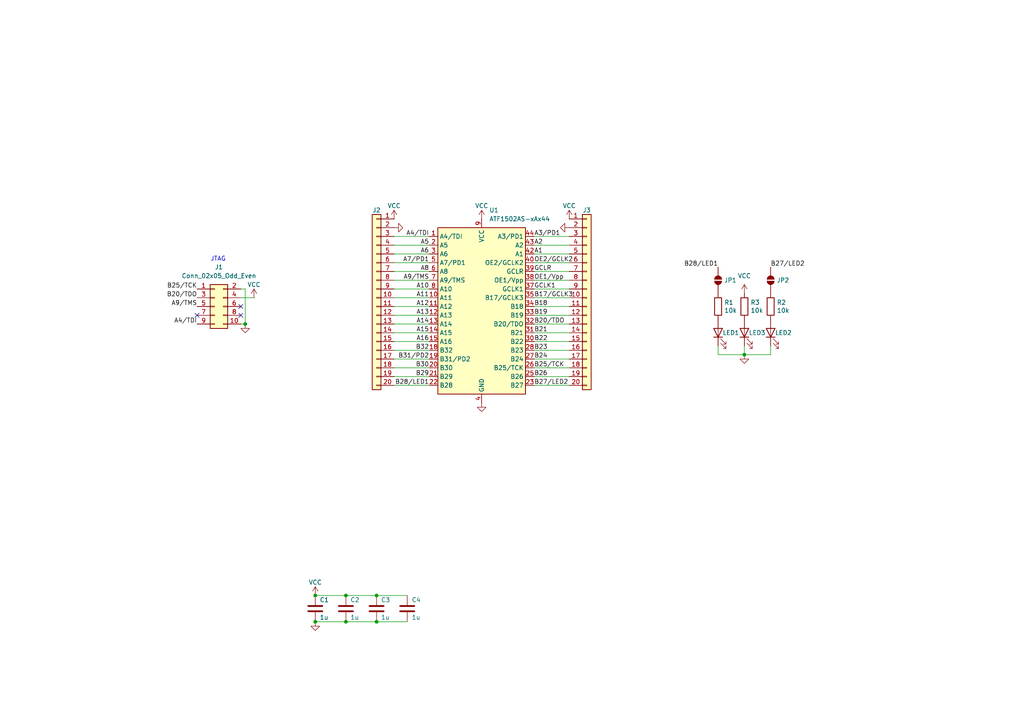
<source format=kicad_sch>
(kicad_sch (version 20231120) (generator "eeschema") (generator_version "8.0")
  (paper "A4")
  (title_block (title "ATF1502AS_uDEV") (date "2024-06-01") (rev "001") (company "Brian K. White") (comment 1 "CC-BY-SA") (comment 2 "github.com/bkw777/ATF150x_uDEV"))
  (lib_symbols
    (symbol "000_LOCAL:ATF1502AS-xAx44"
      (property "Reference" "U" (at -12.7 24.13 0))
      (property "Value" "ATF1502AS-xAx44" (at 1.524 24.892 0))
      (symbol "ATF1502AS-xAx44_0_1"
        (rectangle (start -12.7 22.86) (end 12.7 -25.4) (stroke (width 0.254)) (fill (type background)))
      )
      (symbol "ATF1502AS-xAx44_1_1"
        (pin bidirectional line (at -15.24 20.32 0) (length 2.54) (name "A4/TDI") (number "1"))
        (pin bidirectional line (at -15.24 2.54 0) (length 2.54) (name "A11") (number "10"))
        (pin bidirectional line (at -15.24 0 0) (length 2.54) (name "A12") (number "11"))
        (pin bidirectional line (at -15.24 -2.54 0) (length 2.54) (name "A13") (number "12"))
        (pin bidirectional line (at -15.24 -5.08 0) (length 2.54) (name "A14") (number "13"))
        (pin bidirectional line (at -15.24 -7.62 0) (length 2.54) (name "A15") (number "14"))
        (pin bidirectional line (at -15.24 -10.16 0) (length 2.54) (name "A16") (number "15"))
        (pin passive line (at 0 -27.94 90) (length 2.54) hide (name "GND") (number "16"))
        (pin passive line (at 0 25.4 270) (length 2.54) hide (name "VCC") (number "17"))
        (pin bidirectional line (at -15.24 -12.7 0) (length 2.54) (name "B32") (number "18"))
        (pin bidirectional line (at -15.24 -15.24 0) (length 2.54) (name "B31/PD2") (number "19"))
        (pin bidirectional line (at -15.24 17.78 0) (length 2.54) (name "A5") (number "2"))
        (pin bidirectional line (at -15.24 -17.78 0) (length 2.54) (name "B30") (number "20"))
        (pin bidirectional line (at -15.24 -20.32 0) (length 2.54) (name "B29") (number "21"))
        (pin bidirectional line (at -15.24 -22.86 0) (length 2.54) (name "B28") (number "22"))
        (pin bidirectional line (at 15.24 -22.86 180) (length 2.54) (name "B27") (number "23"))
        (pin passive line (at 0 -27.94 90) (length 2.54) hide (name "GND") (number "24"))
        (pin bidirectional line (at 15.24 -20.32 180) (length 2.54) (name "B26") (number "25"))
        (pin bidirectional line (at 15.24 -17.78 180) (length 2.54) (name "B25/TCK") (number "26"))
        (pin bidirectional line (at 15.24 -15.24 180) (length 2.54) (name "B24") (number "27"))
        (pin bidirectional line (at 15.24 -12.7 180) (length 2.54) (name "B23") (number "28"))
        (pin passive line (at 0 25.4 270) (length 2.54) hide (name "VCC") (number "29"))
        (pin bidirectional line (at -15.24 15.24 0) (length 2.54) (name "A6") (number "3"))
        (pin bidirectional line (at 15.24 -10.16 180) (length 2.54) (name "B22") (number "30"))
        (pin bidirectional line (at 15.24 -7.62 180) (length 2.54) (name "B21") (number "31"))
        (pin bidirectional line (at 15.24 -5.08 180) (length 2.54) (name "B20/TDO") (number "32"))
        (pin bidirectional line (at 15.24 -2.54 180) (length 2.54) (name "B19") (number "33"))
        (pin bidirectional line (at 15.24 0 180) (length 2.54) (name "B18") (number "34"))
        (pin bidirectional line (at 15.24 2.54 180) (length 2.54) (name "B17/GCLK3") (number "35"))
        (pin passive line (at 0 -27.94 90) (length 2.54) hide (name "GND") (number "36"))
        (pin input line (at 15.24 5.08 180) (length 2.54) (name "GCLK1") (number "37"))
        (pin input line (at 15.24 7.62 180) (length 2.54) (name "OE1/Vpp") (number "38"))
        (pin input line (at 15.24 10.16 180) (length 2.54) (name "GCLR") (number "39"))
        (pin power_in line (at 0 -27.94 90) (length 2.54) (name "GND") (number "4"))
        (pin input line (at 15.24 12.7 180) (length 2.54) (name "OE2/GCLK2") (number "40"))
        (pin passive line (at 0 25.4 270) (length 2.54) hide (name "VCC") (number "41"))
        (pin bidirectional line (at 15.24 15.24 180) (length 2.54) (name "A1") (number "42"))
        (pin bidirectional line (at 15.24 17.78 180) (length 2.54) (name "A2") (number "43"))
        (pin bidirectional line (at 15.24 20.32 180) (length 2.54) (name "A3/PD1") (number "44"))
        (pin bidirectional line (at -15.24 12.7 0) (length 2.54) (name "A7/PD1") (number "5"))
        (pin bidirectional line (at -15.24 10.16 0) (length 2.54) (name "A8") (number "6"))
        (pin bidirectional line (at -15.24 7.62 0) (length 2.54) (name "A9/TMS") (number "7"))
        (pin bidirectional line (at -15.24 5.08 0) (length 2.54) (name "A10") (number "8"))
        (pin power_in line (at 0 25.4 270) (length 2.54) (name "VCC") (number "9"))
      )
    )
    (symbol "000_LOCAL:Conn_02x05_Odd_Even" (pin_names (offset 1.016) hide)
      (property "Reference" "J" (at 1.27 7.62 0))
      (property "Value" "Conn_02x05_Odd_Even" (at 1.27 -7.62 0))
      (symbol "Conn_02x05_Odd_Even_1_1"
        (rectangle (start -1.27 -4.953) (end 0 -5.207) (stroke (width 0.1524)))
        (rectangle (start -1.27 -2.413) (end 0 -2.667) (stroke (width 0.1524)))
        (rectangle (start -1.27 0.127) (end 0 -0.127) (stroke (width 0.1524)))
        (rectangle (start -1.27 2.667) (end 0 2.413) (stroke (width 0.1524)))
        (rectangle (start -1.27 5.207) (end 0 4.953) (stroke (width 0.1524)))
        (rectangle (start -1.27 6.35) (end 3.81 -6.35) (stroke (width 0.254)) (fill (type background)))
        (rectangle (start 3.81 -4.953) (end 2.54 -5.207) (stroke (width 0.1524)))
        (rectangle (start 3.81 -2.413) (end 2.54 -2.667) (stroke (width 0.1524)))
        (rectangle (start 3.81 0.127) (end 2.54 -0.127) (stroke (width 0.1524)))
        (rectangle (start 3.81 2.667) (end 2.54 2.413) (stroke (width 0.1524)))
        (rectangle (start 3.81 5.207) (end 2.54 4.953) (stroke (width 0.1524)))
        (pin passive line (at -5.08 5.08 0) (length 3.81) (name "Pin_1") (number "1"))
        (pin passive line (at 7.62 -5.08 180) (length 3.81) (name "Pin_10") (number "10"))
        (pin passive line (at 7.62 5.08 180) (length 3.81) (name "Pin_2") (number "2"))
        (pin passive line (at -5.08 2.54 0) (length 3.81) (name "Pin_3") (number "3"))
        (pin passive line (at 7.62 2.54 180) (length 3.81) (name "Pin_4") (number "4"))
        (pin passive line (at -5.08 0 0) (length 3.81) (name "Pin_5") (number "5"))
        (pin passive line (at 7.62 0 180) (length 3.81) (name "Pin_6") (number "6"))
        (pin passive line (at -5.08 -2.54 0) (length 3.81) (name "Pin_7") (number "7"))
        (pin passive line (at 7.62 -2.54 180) (length 3.81) (name "Pin_8") (number "8"))
        (pin passive line (at -5.08 -5.08 0) (length 3.81) (name "Pin_9") (number "9"))
      )
    )
    (symbol "Connector_Generic:Conn_01x20" (pin_names (offset 1.016) hide)
      (property "Reference" "J" (at 0 25.4 0))
      (property "Value" "Conn_01x20" (at 0 -27.94 0))
      (symbol "Conn_01x20_1_1"
        (rectangle (start -1.27 -25.273) (end 0 -25.527) (stroke (width 0.1524)))
        (rectangle (start -1.27 -22.733) (end 0 -22.987) (stroke (width 0.1524)))
        (rectangle (start -1.27 -20.193) (end 0 -20.447) (stroke (width 0.1524)))
        (rectangle (start -1.27 -17.653) (end 0 -17.907) (stroke (width 0.1524)))
        (rectangle (start -1.27 -15.113) (end 0 -15.367) (stroke (width 0.1524)))
        (rectangle (start -1.27 -12.573) (end 0 -12.827) (stroke (width 0.1524)))
        (rectangle (start -1.27 -10.033) (end 0 -10.287) (stroke (width 0.1524)))
        (rectangle (start -1.27 -7.493) (end 0 -7.747) (stroke (width 0.1524)))
        (rectangle (start -1.27 -4.953) (end 0 -5.207) (stroke (width 0.1524)))
        (rectangle (start -1.27 -2.413) (end 0 -2.667) (stroke (width 0.1524)))
        (rectangle (start -1.27 0.127) (end 0 -0.127) (stroke (width 0.1524)))
        (rectangle (start -1.27 2.667) (end 0 2.413) (stroke (width 0.1524)))
        (rectangle (start -1.27 5.207) (end 0 4.953) (stroke (width 0.1524)))
        (rectangle (start -1.27 7.747) (end 0 7.493) (stroke (width 0.1524)))
        (rectangle (start -1.27 10.287) (end 0 10.033) (stroke (width 0.1524)))
        (rectangle (start -1.27 12.827) (end 0 12.573) (stroke (width 0.1524)))
        (rectangle (start -1.27 15.367) (end 0 15.113) (stroke (width 0.1524)))
        (rectangle (start -1.27 17.907) (end 0 17.653) (stroke (width 0.1524)))
        (rectangle (start -1.27 20.447) (end 0 20.193) (stroke (width 0.1524)))
        (rectangle (start -1.27 22.987) (end 0 22.733) (stroke (width 0.1524)))
        (rectangle (start -1.27 24.13) (end 1.27 -26.67) (stroke (width 0.254)) (fill (type background)))
        (pin passive line (at -5.08 22.86 0) (length 3.81) (name "Pin_1") (number "1"))
        (pin passive line (at -5.08 0 0) (length 3.81) (name "Pin_10") (number "10"))
        (pin passive line (at -5.08 -2.54 0) (length 3.81) (name "Pin_11") (number "11"))
        (pin passive line (at -5.08 -5.08 0) (length 3.81) (name "Pin_12") (number "12"))
        (pin passive line (at -5.08 -7.62 0) (length 3.81) (name "Pin_13") (number "13"))
        (pin passive line (at -5.08 -10.16 0) (length 3.81) (name "Pin_14") (number "14"))
        (pin passive line (at -5.08 -12.7 0) (length 3.81) (name "Pin_15") (number "15"))
        (pin passive line (at -5.08 -15.24 0) (length 3.81) (name "Pin_16") (number "16"))
        (pin passive line (at -5.08 -17.78 0) (length 3.81) (name "Pin_17") (number "17"))
        (pin passive line (at -5.08 -20.32 0) (length 3.81) (name "Pin_18") (number "18"))
        (pin passive line (at -5.08 -22.86 0) (length 3.81) (name "Pin_19") (number "19"))
        (pin passive line (at -5.08 20.32 0) (length 3.81) (name "Pin_2") (number "2"))
        (pin passive line (at -5.08 -25.4 0) (length 3.81) (name "Pin_20") (number "20"))
        (pin passive line (at -5.08 17.78 0) (length 3.81) (name "Pin_3") (number "3"))
        (pin passive line (at -5.08 15.24 0) (length 3.81) (name "Pin_4") (number "4"))
        (pin passive line (at -5.08 12.7 0) (length 3.81) (name "Pin_5") (number "5"))
        (pin passive line (at -5.08 10.16 0) (length 3.81) (name "Pin_6") (number "6"))
        (pin passive line (at -5.08 7.62 0) (length 3.81) (name "Pin_7") (number "7"))
        (pin passive line (at -5.08 5.08 0) (length 3.81) (name "Pin_8") (number "8"))
        (pin passive line (at -5.08 2.54 0) (length 3.81) (name "Pin_9") (number "9"))
      )
    )
    (symbol "Device:C" (pin_numbers hide) (pin_names (offset 0.254))
      (property "Reference" "C" (at 0.635 2.54 0))
      (property "Value" "C" (at 0.635 -2.54 0))
      (symbol "C_0_1"
        (polyline (pts (xy -2.032 -0.762) (xy 2.032 -0.762)) (stroke (width 0.508)))
        (polyline (pts (xy -2.032 0.762) (xy 2.032 0.762)) (stroke (width 0.508)))
      )
      (symbol "C_1_1"
        (pin passive line (at 0 3.81 270) (length 2.794) (name "~") (number "1"))
        (pin passive line (at 0 -3.81 90) (length 2.794) (name "~") (number "2"))
      )
    )
    (symbol "Device:LED" (pin_numbers hide) (pin_names (offset 1.016) hide)
      (property "Reference" "D" (at 0 2.54 0))
      (property "Value" "LED" (at 0 -2.54 0))
      (symbol "LED_0_1"
        (polyline (pts (xy -1.27 -1.27) (xy -1.27 1.27)) (stroke (width 0.254)))
        (polyline (pts (xy -1.27 0) (xy 1.27 0)))
        (polyline (pts (xy 1.27 -1.27) (xy 1.27 1.27) (xy -1.27 0) (xy 1.27 -1.27)) (stroke (width 0.254)))
        (polyline (pts (xy -3.048 -0.762) (xy -4.572 -2.286) (xy -3.81 -2.286) (xy -4.572 -2.286) (xy -4.572 -1.524)))
        (polyline (pts (xy -1.778 -0.762) (xy -3.302 -2.286) (xy -2.54 -2.286) (xy -3.302 -2.286) (xy -3.302 -1.524)))
      )
      (symbol "LED_1_1"
        (pin passive line (at -3.81 0 0) (length 2.54) (name "K") (number "1"))
        (pin passive line (at 3.81 0 180) (length 2.54) (name "A") (number "2"))
      )
    )
    (symbol "Device:R" (pin_numbers hide) (pin_names (offset 0))
      (property "Reference" "R" (at 2.032 0 90))
      (property "Value" "R" (at 0 0 90))
      (symbol "R_0_1"
        (rectangle (start -1.016 -2.54) (end 1.016 2.54) (stroke (width 0.254)))
      )
      (symbol "R_1_1"
        (pin passive line (at 0 3.81 270) (length 1.27) (name "~") (number "1"))
        (pin passive line (at 0 -3.81 90) (length 1.27) (name "~") (number "2"))
      )
    )
    (symbol "Jumper:SolderJumper_2_Open" (pin_numbers hide) (pin_names (offset 0) hide) (exclude_from_sim yes) (in_bom no)
      (property "Reference" "JP" (at 0 2.032 0))
      (property "Value" "SolderJumper_2_Open" (at 0 -2.54 0))
      (symbol "SolderJumper_2_Open_0_1"
        (arc (start -0.254 1.016) (mid -1.2656 0) (end -0.254 -1.016))
        (arc (start -0.254 1.016) (mid -1.2656 0) (end -0.254 -1.016) (fill (type outline)))
        (polyline (pts (xy -0.254 1.016) (xy -0.254 -1.016)))
        (polyline (pts (xy 0.254 1.016) (xy 0.254 -1.016)))
        (arc (start 0.254 -1.016) (mid 1.2656 0) (end 0.254 1.016))
        (arc (start 0.254 -1.016) (mid 1.2656 0) (end 0.254 1.016) (fill (type outline)))
      )
      (symbol "SolderJumper_2_Open_1_1"
        (pin passive line (at -3.81 0 0) (length 2.54) (name "A") (number "1"))
        (pin passive line (at 3.81 0 180) (length 2.54) (name "B") (number "2"))
      )
    )
    (symbol "power:GND" (power) (pin_numbers hide) (pin_names (offset 0) hide)
      (property "Value" "GND" (at 0 -3.81 0))
      (symbol "GND_0_1"
        (polyline (pts (xy 0 0) (xy 0 -1.27) (xy 1.27 -1.27) (xy 0 -2.54) (xy -1.27 -1.27) (xy 0 -1.27)))
      )
      (symbol "GND_1_1"
        (pin power_in line (at 0 0 270) (length 0) (name "~") (number "1"))
      )
    )
    (symbol "power:VCC" (power) (pin_numbers hide) (pin_names (offset 0) hide)
      (property "Value" "VCC" (at 0 3.556 0))
      (symbol "VCC_0_1"
        (polyline (pts (xy -0.762 1.27) (xy 0 2.54)))
        (polyline (pts (xy 0 0) (xy 0 2.54)))
        (polyline (pts (xy 0 2.54) (xy 0.762 1.27)))
      )
      (symbol "VCC_1_1"
        (pin power_in line (at 0 0 90) (length 0) (name "~") (number "1"))
      )
    )
  )
  (junction (at 91.44 180.34))
  (junction (at 109.22 172.72))
  (junction (at 91.44 172.72))
  (junction (at 100.33 180.34))
  (junction (at 100.33 172.72))
  (junction (at 109.22 180.34))
  (junction (at 215.9 102.87))
  (junction (at 71.12 93.98))
  (no_connect (at 69.85 91.44))
  (no_connect (at 57.15 91.44))
  (no_connect (at 69.85 88.9))
  (wire (pts (xy 124.46 88.9) (xy 114.3 88.9)))
  (wire (pts (xy 124.46 83.82) (xy 114.3 83.82)))
  (wire (pts (xy 114.3 68.58) (xy 124.46 68.58)))
  (wire (pts (xy 91.44 172.72) (xy 100.33 172.72)))
  (wire (pts (xy 124.46 104.14) (xy 114.3 104.14)))
  (wire (pts (xy 154.94 78.74) (xy 165.1 78.74)))
  (wire (pts (xy 154.94 106.68) (xy 165.1 106.68)))
  (wire (pts (xy 114.3 93.98) (xy 124.46 93.98)))
  (wire (pts (xy 215.9 100.33) (xy 215.9 102.87)))
  (wire (pts (xy 165.1 81.28) (xy 154.94 81.28)))
  (wire (pts (xy 100.33 180.34) (xy 109.22 180.34)))
  (wire (pts (xy 114.3 96.52) (xy 124.46 96.52)))
  (wire (pts (xy 114.3 91.44) (xy 124.46 91.44)))
  (wire (pts (xy 154.94 111.76) (xy 165.1 111.76)))
  (wire (pts (xy 165.1 86.36) (xy 154.94 86.36)))
  (wire (pts (xy 114.3 76.2) (xy 124.46 76.2)))
  (wire (pts (xy 154.94 68.58) (xy 165.1 68.58)))
  (wire (pts (xy 91.44 180.34) (xy 100.33 180.34)))
  (wire (pts (xy 109.22 180.34) (xy 118.11 180.34)))
  (wire (pts (xy 223.52 100.33) (xy 223.52 102.87)))
  (wire (pts (xy 215.9 102.87) (xy 223.52 102.87)))
  (wire (pts (xy 114.3 106.68) (xy 124.46 106.68)))
  (wire (pts (xy 154.94 91.44) (xy 165.1 91.44)))
  (wire (pts (xy 165.1 109.22) (xy 154.94 109.22)))
  (wire (pts (xy 165.1 99.06) (xy 154.94 99.06)))
  (wire (pts (xy 109.22 172.72) (xy 118.11 172.72)))
  (wire (pts (xy 208.28 102.87) (xy 215.9 102.87)))
  (wire (pts (xy 114.3 81.28) (xy 124.46 81.28)))
  (wire (pts (xy 71.12 83.82) (xy 71.12 93.98)))
  (wire (pts (xy 114.3 101.6) (xy 124.46 101.6)))
  (wire (pts (xy 154.94 88.9) (xy 165.1 88.9)))
  (wire (pts (xy 165.1 76.2) (xy 154.94 76.2)))
  (wire (pts (xy 165.1 104.14) (xy 154.94 104.14)))
  (wire (pts (xy 73.66 86.36) (xy 69.85 86.36)))
  (wire (pts (xy 114.3 111.76) (xy 124.46 111.76)))
  (wire (pts (xy 114.3 71.12) (xy 124.46 71.12)))
  (wire (pts (xy 124.46 78.74) (xy 114.3 78.74)))
  (wire (pts (xy 124.46 99.06) (xy 114.3 99.06)))
  (wire (pts (xy 71.12 93.98) (xy 69.85 93.98)))
  (wire (pts (xy 165.1 93.98) (xy 154.94 93.98)))
  (wire (pts (xy 124.46 109.22) (xy 114.3 109.22)))
  (wire (pts (xy 114.3 86.36) (xy 124.46 86.36)))
  (wire (pts (xy 208.28 100.33) (xy 208.28 102.87)))
  (wire (pts (xy 165.1 71.12) (xy 154.94 71.12)))
  (wire (pts (xy 69.85 83.82) (xy 71.12 83.82)))
  (wire (pts (xy 154.94 73.66) (xy 165.1 73.66)))
  (wire (pts (xy 100.33 172.72) (xy 109.22 172.72)))
  (wire (pts (xy 154.94 101.6) (xy 165.1 101.6)))
  (wire (pts (xy 124.46 73.66) (xy 114.3 73.66)))
  (wire (pts (xy 154.94 96.52) (xy 165.1 96.52)))
  (wire (pts (xy 154.94 83.82) (xy 165.1 83.82)))
  (text "JTAG" (at 65.532 75.946 0) (effects (font (size 1.27 1.27)) (justify right bottom)))
  (label "A9{slash}TMS" (at 57.15 88.9 180))
  (label "A14" (at 124.46 93.98 180))
  (label "B25{slash}TCK" (at 154.94 106.68 0))
  (label "A15" (at 124.46 96.52 180))
  (label "B25{slash}TCK" (at 57.15 83.82 180))
  (label "A8" (at 124.46 78.74 180))
  (label "B27{slash}LED2" (at 154.94 111.76 0))
  (label "B17{slash}GCLK3" (at 154.94 86.36 0))
  (label "B19" (at 154.94 91.44 0))
  (label "A7{slash}PD1" (at 124.46 76.2 180))
  (label "A1" (at 154.94 73.66 0))
  (label "A9{slash}TMS" (at 124.46 81.28 180))
  (label "B23" (at 154.94 101.6 0))
  (label "A11" (at 124.46 86.36 180))
  (label "OE1{slash}Vpp" (at 154.94 81.28 0))
  (label "A3{slash}PD1" (at 154.94 68.58 0))
  (label "OE2{slash}GCLK2" (at 154.94 76.2 0))
  (label "B27{slash}LED2" (at 223.52 77.47 0))
  (label "A4{slash}TDI" (at 57.15 93.98 180))
  (label "B20{slash}TDO" (at 57.15 86.36 180))
  (label "GCLK1" (at 154.94 83.82 0))
  (label "B22" (at 154.94 99.06 0))
  (label "B28{slash}LED1" (at 208.28 77.47 180))
  (label "B18" (at 154.94 88.9 0))
  (label "B30" (at 124.46 106.68 180))
  (label "B28{slash}LED1" (at 124.46 111.76 180))
  (label "B24" (at 154.94 104.14 0))
  (label "A10" (at 124.46 83.82 180))
  (label "B32" (at 124.46 101.6 180))
  (label "B31{slash}PD2" (at 124.46 104.14 180))
  (label "A12" (at 124.46 88.9 180))
  (label "GCLR" (at 154.94 78.74 0))
  (label "B26" (at 154.94 109.22 0))
  (label "B21" (at 154.94 96.52 0))
  (label "A6" (at 124.46 73.66 180))
  (label "A2" (at 154.94 71.12 0))
  (label "A4{slash}TDI" (at 124.46 68.58 180))
  (label "A16" (at 124.46 99.06 180))
  (label "A13" (at 124.46 91.44 180))
  (label "B20{slash}TDO" (at 154.94 93.98 0))
  (label "B29" (at 124.46 109.22 180))
  (label "A5" (at 124.46 71.12 180))
  (symbol (lib_id "Connector_Generic:Conn_01x20") (at 109.22 86.36 0) (mirror y) (unit 1)
    (property "Reference" "J2" (at 109.22 60.96 0))
    (property "Value" "VERT" (effects (hide yes)))
    (property "Footprint" "000_LOCAL:PinHeader_1x20_P2.54mm_Vertical" (effects (hide yes)))
  )
  (symbol (lib_id "Connector_Generic:Conn_01x20") (at 170.18 86.36 0) (unit 1)
    (property "Reference" "J3" (at 170.18 60.96 0))
    (property "Value" "VERT" (effects (hide yes)))
    (property "Footprint" "000_LOCAL:PinHeader_1x20_P2.54mm_Vertical" (effects (hide yes)))
  )
  (symbol (lib_id "Device:C") (at 91.44 176.53 0) (unit 1)
    (property "Reference" "C1" (at 92.71 173.99 0) (effects (justify left)))
    (property "Value" "1u" (at 92.71 179.07 0) (effects (justify left)))
    (property "Footprint" "000_LOCAL:C_0805" (effects (hide yes)))
  )
  (symbol (lib_id "Device:R") (at 208.28 88.9 0) (unit 1)
    (property "Reference" "R1" (at 210.058 87.7316 0) (effects (justify left)))
    (property "Value" "10k" (at 210.058 90.043 0) (effects (justify left)))
    (property "Footprint" "000_LOCAL:R_0805" (effects (hide yes)))
  )
  (symbol (lib_id "Device:R") (at 215.9 88.9 0) (unit 1)
    (property "Reference" "R3" (at 217.678 87.7316 0) (effects (justify left)))
    (property "Value" "10k" (at 217.678 90.043 0) (effects (justify left)))
    (property "Footprint" "000_LOCAL:R_0805" (effects (hide yes)))
  )
  (symbol (lib_id "Device:R") (at 223.52 88.9 0) (unit 1)
    (property "Reference" "R2" (at 225.298 87.7316 0) (effects (justify left)))
    (property "Value" "10k" (at 225.298 90.043 0) (effects (justify left)))
    (property "Footprint" "000_LOCAL:R_0805" (effects (hide yes)))
  )
  (symbol (lib_id "Device:LED") (at 208.28 96.52 90) (unit 1)
    (property "Reference" "LED1" (at 209.55 96.52 90) (effects (justify right)))
    (property "Value" "GRN" (effects (hide yes)))
    (property "Footprint" "000_LOCAL:LED_0805" (effects (hide yes)))
    (property "MPN" "150060GS75000" (effects (hide yes)))
    (property "Mfg" "Wurth" (effects (hide yes)))
  )
  (symbol (lib_id "Device:LED") (at 215.9 96.52 90) (unit 1)
    (property "Reference" "LED3" (at 217.17 96.52 90) (effects (justify right)))
    (property "Value" "POWER" (effects (hide yes)))
    (property "Footprint" "000_LOCAL:LED_0805" (effects (hide yes)))
    (property "MPN" "150060GS75000" (effects (hide yes)))
    (property "Mfg" "Wurth" (effects (hide yes)))
  )
  (symbol (lib_id "Device:LED") (at 223.52 96.52 90) (unit 1)
    (property "Reference" "LED2" (at 224.79 96.52 90) (effects (justify right)))
    (property "Value" "GRN" (effects (hide yes)))
    (property "Footprint" "000_LOCAL:LED_0805" (effects (hide yes)))
    (property "MPN" "150060GS75000" (effects (hide yes)))
    (property "Mfg" "Wurth" (effects (hide yes)))
  )
  (symbol (lib_id "Jumper:SolderJumper_2_Open") (at 208.28 81.28 270) (unit 1)
    (property "Reference" "JP1" (at 210.0072 81.28 90) (effects (justify left)))
    (property "Value" "DNP" (effects (hide yes)))
    (property "Footprint" "000_LOCAL:SolderJumper_1mm_2p_open" (effects (hide yes)))
  )
  (symbol (lib_id "Jumper:SolderJumper_2_Open") (at 223.52 81.28 270) (unit 1)
    (property "Reference" "JP2" (at 225.2472 81.28 90) (effects (justify left)))
    (property "Value" "DNP" (effects (hide yes)))
    (property "Footprint" "000_LOCAL:SolderJumper_1mm_2p_open" (effects (hide yes)))
  )
  (symbol (lib_id "Device:C") (at 100.33 176.53 0) (unit 1)
    (property "Reference" "C2" (at 101.6 173.99 0) (effects (justify left)))
    (property "Value" "1u" (at 101.6 179.07 0) (effects (justify left)))
    (property "Footprint" "000_LOCAL:C_0805" (effects (hide yes)))
  )
  (symbol (lib_id "power:GND") (at 114.3 66.04 90) (unit 1)
    (property "Reference" "#PWR011" (effects (hide yes)))
    (property "Value" "GND" (effects (hide yes)))
    (property "Description" "Power symbol creates a global label with name \"GND\" , ground" (effects (hide yes)))
  )
  (symbol (lib_id "power:GND") (at 139.7 116.84 0) (unit 1)
    (property "Reference" "#PWR08" (effects (hide yes)))
    (property "Value" "GND" (effects (hide yes)))
    (property "Description" "Power symbol creates a global label with name \"GND\" , ground" (effects (hide yes)))
  )
  (symbol (lib_id "power:VCC") (at 73.66 86.36 0) (unit 1)
    (property "Reference" "#PWR010" (effects (hide yes)))
    (property "Value" "VCC" (at 73.66 82.55 0))
    (property "Description" "Power symbol creates a global label with name \"VCC\"" (effects (hide yes)))
  )
  (symbol (lib_id "000_LOCAL:Conn_02x05_Odd_Even") (at 62.23 88.9 0) (unit 1)
    (property "Reference" "J1" (at 63.5 77.47 0))
    (property "Value" "Conn_02x05_Odd_Even" (at 63.5 80.01 0))
    (property "Footprint" "000_LOCAL:IDC-Header_2x05_P2.54mm_Vertical" (effects (hide yes)))
    (property "Description" "Generic connector, double row, 02x05, odd/even pin numbering scheme (row 1 odd numbers, row 2 even numbers), script generated (kicad-library-utils/schlib/autogen/connector/)" (effects (hide yes)))
  )
  (symbol (lib_id "power:VCC") (at 165.1 63.5 0) (unit 1)
    (property "Reference" "#PWR06" (effects (hide yes)))
    (property "Value" "VCC" (at 165.1 59.69 0))
    (property "Description" "Power symbol creates a global label with name \"VCC\"" (effects (hide yes)))
  )
  (symbol (lib_id "Device:C") (at 109.22 176.53 0) (unit 1)
    (property "Reference" "C3" (at 110.49 173.99 0) (effects (justify left)))
    (property "Value" "1u" (at 110.49 179.07 0) (effects (justify left)))
    (property "Footprint" "000_LOCAL:C_0805" (effects (hide yes)))
  )
  (symbol (lib_id "power:GND") (at 71.12 93.98 0) (unit 1)
    (property "Reference" "#PWR01" (effects (hide yes)))
    (property "Value" "GND" (effects (hide yes)))
    (property "Description" "Power symbol creates a global label with name \"GND\" , ground" (effects (hide yes)))
  )
  (symbol (lib_id "power:VCC") (at 114.3 63.5 0) (unit 1)
    (property "Reference" "#PWR07" (effects (hide yes)))
    (property "Value" "VCC" (at 114.3 59.69 0))
    (property "Description" "Power symbol creates a global label with name \"VCC\"" (effects (hide yes)))
  )
  (symbol (lib_id "power:VCC") (at 215.9 85.09 0) (unit 1)
    (property "Reference" "#PWR05" (effects (hide yes)))
    (property "Value" "VCC" (at 215.9 80.01 0))
    (property "Description" "Power symbol creates a global label with name \"VCC\"" (effects (hide yes)))
  )
  (symbol (lib_id "power:GND") (at 215.9 102.87 0) (unit 1)
    (property "Reference" "#PWR09" (effects (hide yes)))
    (property "Value" "GND" (effects (hide yes)))
    (property "Description" "Power symbol creates a global label with name \"GND\" , ground" (effects (hide yes)))
  )
  (symbol (lib_id "power:VCC") (at 91.44 172.72 0) (unit 1)
    (property "Reference" "#PWR02" (effects (hide yes)))
    (property "Value" "VCC" (at 91.44 168.91 0))
    (property "Description" "Power symbol creates a global label with name \"VCC\"" (effects (hide yes)))
  )
  (symbol (lib_id "power:VCC") (at 139.7 63.5 0) (unit 1)
    (property "Reference" "#PWR04" (effects (hide yes)))
    (property "Value" "VCC" (at 139.7 59.69 0))
    (property "Description" "Power symbol creates a global label with name \"VCC\"" (effects (hide yes)))
  )
  (symbol (lib_id "000_LOCAL:ATF1502AS-xAx44") (at 139.7 88.9 0) (unit 1)
    (property "Reference" "U1" (at 141.8941 60.96 0) (effects (justify left)))
    (property "Value" "ATF1502AS-xAx44" (at 141.8941 63.5 0) (effects (justify left)))
    (property "Footprint" "000_LOCAL:VQFP44" (effects (hide yes)))
    (property "Datasheet" "datasheets/ATF1502AS.pdf" (effects (hide yes)))
    (property "Description" "Microchip CPLD, 32 Macrocell, 5 V, TQFP-44" (effects (hide yes)))
  )
  (symbol (lib_id "power:GND") (at 91.44 180.34 0) (unit 1)
    (property "Reference" "#PWR03" (effects (hide yes)))
    (property "Value" "GND" (effects (hide yes)))
    (property "Description" "Power symbol creates a global label with name \"GND\" , ground" (effects (hide yes)))
  )
  (symbol (lib_id "power:GND") (at 165.1 66.04 270) (unit 1)
    (property "Reference" "#PWR012" (effects (hide yes)))
    (property "Value" "GND" (effects (hide yes)))
    (property "Description" "Power symbol creates a global label with name \"GND\" , ground" (effects (hide yes)))
  )
  (symbol (lib_id "Device:C") (at 118.11 176.53 0) (unit 1)
    (property "Reference" "C4" (at 119.38 173.99 0) (effects (justify left)))
    (property "Value" "1u" (at 119.38 179.07 0) (effects (justify left)))
    (property "Footprint" "000_LOCAL:C_0805" (effects (hide yes)))
  )
)
</source>
